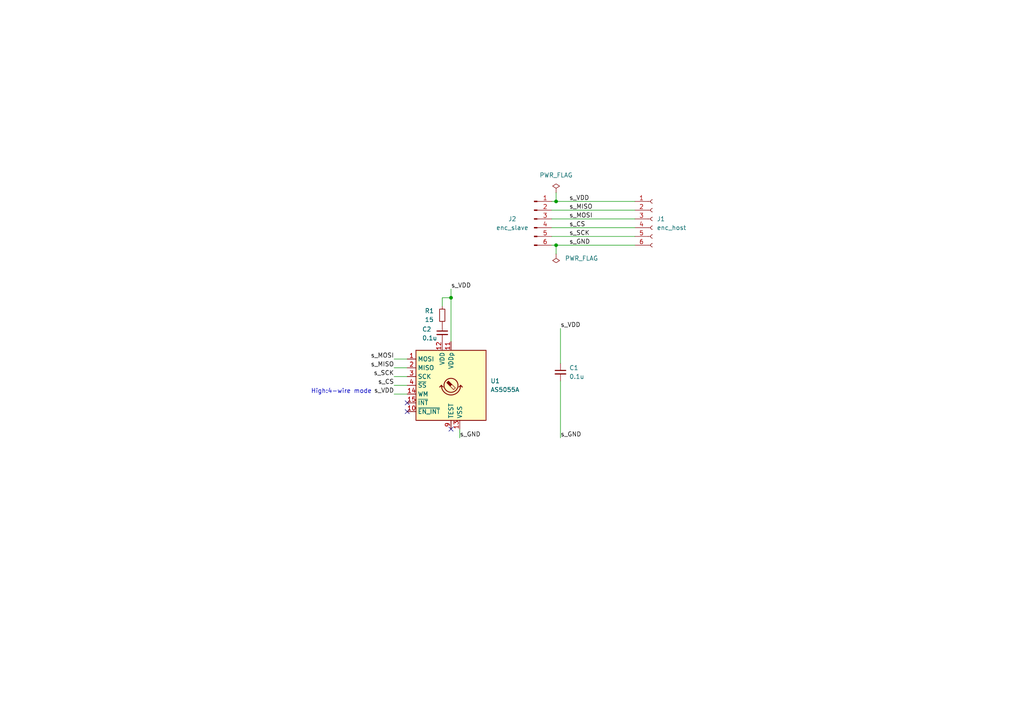
<source format=kicad_sch>
(kicad_sch (version 20231120) (generator "eeschema") (generator_version "8.0")
  (paper "A4")
  (lib_symbols
    (symbol "Connector:Conn_01x06_Female" (pin_names (offset 1.016) hide)
      (property "Reference" "J" (at 0 7.62 0))
      (property "Value" "Conn_01x06_Female" (at 0 -10.16 0))
      (symbol "Conn_01x06_Female_1_1"
        (arc (start 0 -7.112) (mid -0.5058 -7.62) (end 0 -8.128) (stroke (width 0.1524)))
        (arc (start 0 -4.572) (mid -0.5058 -5.08) (end 0 -5.588) (stroke (width 0.1524)))
        (arc (start 0 -2.032) (mid -0.5058 -2.54) (end 0 -3.048) (stroke (width 0.1524)))
        (polyline (pts (xy -1.27 -7.62) (xy -0.508 -7.62)) (stroke (width 0.1524)))
        (polyline (pts (xy -1.27 -5.08) (xy -0.508 -5.08)) (stroke (width 0.1524)))
        (polyline (pts (xy -1.27 -2.54) (xy -0.508 -2.54)) (stroke (width 0.1524)))
        (polyline (pts (xy -1.27 0) (xy -0.508 0)) (stroke (width 0.1524)))
        (polyline (pts (xy -1.27 2.54) (xy -0.508 2.54)) (stroke (width 0.1524)))
        (polyline (pts (xy -1.27 5.08) (xy -0.508 5.08)) (stroke (width 0.1524)))
        (arc (start 0 0.508) (mid -0.5058 0) (end 0 -0.508) (stroke (width 0.1524)))
        (arc (start 0 3.048) (mid -0.5058 2.54) (end 0 2.032) (stroke (width 0.1524)))
        (arc (start 0 5.588) (mid -0.5058 5.08) (end 0 4.572) (stroke (width 0.1524)))
        (pin passive line (at -5.08 5.08 0) (length 3.81) (name "Pin_1") (number "1"))
        (pin passive line (at -5.08 2.54 0) (length 3.81) (name "Pin_2") (number "2"))
        (pin passive line (at -5.08 0 0) (length 3.81) (name "Pin_3") (number "3"))
        (pin passive line (at -5.08 -2.54 0) (length 3.81) (name "Pin_4") (number "4"))
        (pin passive line (at -5.08 -5.08 0) (length 3.81) (name "Pin_5") (number "5"))
        (pin passive line (at -5.08 -7.62 0) (length 3.81) (name "Pin_6") (number "6"))
      )
    )
    (symbol "Connector:Conn_01x06_Male" (pin_names (offset 1.016) hide)
      (property "Reference" "J" (at 0 7.62 0))
      (property "Value" "Conn_01x06_Male" (at 0 -10.16 0))
      (symbol "Conn_01x06_Male_1_1"
        (polyline (pts (xy 1.27 -7.62) (xy 0.8636 -7.62)) (stroke (width 0.1524)))
        (polyline (pts (xy 1.27 -5.08) (xy 0.8636 -5.08)) (stroke (width 0.1524)))
        (polyline (pts (xy 1.27 -2.54) (xy 0.8636 -2.54)) (stroke (width 0.1524)))
        (polyline (pts (xy 1.27 0) (xy 0.8636 0)) (stroke (width 0.1524)))
        (polyline (pts (xy 1.27 2.54) (xy 0.8636 2.54)) (stroke (width 0.1524)))
        (polyline (pts (xy 1.27 5.08) (xy 0.8636 5.08)) (stroke (width 0.1524)))
        (rectangle (start 0.8636 -7.493) (end 0 -7.747) (stroke (width 0.1524)) (fill (type outline)))
        (rectangle (start 0.8636 -4.953) (end 0 -5.207) (stroke (width 0.1524)) (fill (type outline)))
        (rectangle (start 0.8636 -2.413) (end 0 -2.667) (stroke (width 0.1524)) (fill (type outline)))
        (rectangle (start 0.8636 0.127) (end 0 -0.127) (stroke (width 0.1524)) (fill (type outline)))
        (rectangle (start 0.8636 2.667) (end 0 2.413) (stroke (width 0.1524)) (fill (type outline)))
        (rectangle (start 0.8636 5.207) (end 0 4.953) (stroke (width 0.1524)) (fill (type outline)))
        (pin passive line (at 5.08 5.08 180) (length 3.81) (name "Pin_1") (number "1"))
        (pin passive line (at 5.08 2.54 180) (length 3.81) (name "Pin_2") (number "2"))
        (pin passive line (at 5.08 0 180) (length 3.81) (name "Pin_3") (number "3"))
        (pin passive line (at 5.08 -2.54 180) (length 3.81) (name "Pin_4") (number "4"))
        (pin passive line (at 5.08 -5.08 180) (length 3.81) (name "Pin_5") (number "5"))
        (pin passive line (at 5.08 -7.62 180) (length 3.81) (name "Pin_6") (number "6"))
      )
    )
    (symbol "Device:C_Small" (pin_numbers hide) (pin_names (offset 0.254) hide)
      (property "Reference" "C" (at 0.254 1.778 0))
      (property "Value" "C_Small" (at 0.254 -2.032 0))
      (symbol "C_Small_0_1"
        (polyline (pts (xy -1.524 -0.508) (xy 1.524 -0.508)) (stroke (width 0.3302)))
        (polyline (pts (xy -1.524 0.508) (xy 1.524 0.508)) (stroke (width 0.3048)))
      )
      (symbol "C_Small_1_1"
        (pin passive line (at 0 2.54 270) (length 2.032) (name "~") (number "1"))
        (pin passive line (at 0 -2.54 90) (length 2.032) (name "~") (number "2"))
      )
    )
    (symbol "Device:R_Small" (pin_numbers hide) (pin_names (offset 0.254) hide)
      (property "Reference" "R" (at 0.762 0.508 0))
      (property "Value" "R_Small" (at 0.762 -1.016 0))
      (symbol "R_Small_0_1"
        (rectangle (start -0.762 1.778) (end 0.762 -1.778) (stroke (width 0.2032)))
      )
      (symbol "R_Small_1_1"
        (pin passive line (at 0 2.54 270) (length 0.762) (name "~") (number "1"))
        (pin passive line (at 0 -2.54 90) (length 0.762) (name "~") (number "2"))
      )
    )
    (symbol "Sensor_Magnetic:AS5055A"
      (property "Reference" "U" (at -10.16 11.43 0))
      (property "Value" "AS5055A" (at 10.16 11.43 0))
      (symbol "AS5055A_0_1"
        (rectangle (start -10.16 10.16) (end 10.16 -10.16) (stroke (width 0.254)) (fill (type background)))
        (arc (start -2.794 0) (mid 0 -2.7819) (end 2.794 0) (stroke (width 0.254)))
        (polyline (pts (xy -2.794 0) (xy -3.302 -0.508)) (stroke (width 0.254)))
        (polyline (pts (xy -2.794 0) (xy -2.286 -0.508)) (stroke (width 0.254)))
        (polyline (pts (xy 2.794 0) (xy 2.286 -0.508)) (stroke (width 0.254)))
        (polyline (pts (xy 2.794 0) (xy 3.302 -0.508)) (stroke (width 0.254)))
      )
      (symbol "AS5055A_1_1"
        (polyline (pts (xy 0.254 0.254) (xy 1.27 -0.762) (xy 0.762 -1.27) (xy -0.254 -0.254)))
        (polyline (pts (xy -0.762 1.27) (xy 0.254 0.254) (xy -0.254 -0.254) (xy -1.27 0.762) (xy -1.016 1.016) (xy -0.762 1.27) (xy -0.635 1.143)) (fill (type outline)))
        (circle (center 0 0) (radius 2.032) (stroke (width 0.254)))
        (pin input line (at -12.7 7.62 0) (length 2.54) (name "MOSI") (number "1"))
        (pin input line (at -12.7 -7.62 0) (length 2.54) (name "~{EN_INT}") (number "10"))
        (pin power_in line (at 0 12.7 270) (length 2.54) (name "VDDp") (number "11"))
        (pin power_in line (at -2.54 12.7 270) (length 2.54) (name "VDD") (number "12"))
        (pin power_in line (at 2.54 -12.7 90) (length 2.54) (name "VSS") (number "13"))
        (pin input line (at -12.7 -2.54 0) (length 2.54) (name "WM") (number "14"))
        (pin output line (at -12.7 -5.08 0) (length 2.54) (name "~{INT}") (number "15"))
        (pin no_connect line (at 5.08 -10.16 90) (length 2.54) hide (name "NC") (number "16"))
        (pin no_connect line (at 7.62 -10.16 90) (length 2.54) hide (name "NC") (number "17"))
        (pin output line (at -12.7 5.08 0) (length 2.54) (name "MISO") (number "2"))
        (pin input line (at -12.7 2.54 0) (length 2.54) (name "SCK") (number "3"))
        (pin input line (at -12.7 0 0) (length 2.54) (name "~{SS}") (number "4"))
        (pin no_connect line (at 10.16 7.62 180) (length 2.54) hide (name "NC") (number "5"))
        (pin no_connect line (at 10.16 5.08 180) (length 2.54) hide (name "NC") (number "6"))
        (pin no_connect line (at 10.16 2.54 180) (length 2.54) hide (name "NC") (number "7"))
        (pin no_connect line (at 10.16 0 180) (length 2.54) hide (name "NC") (number "8"))
        (pin passive line (at 0 -12.7 90) (length 2.54) (name "TEST") (number "9"))
      )
    )
    (symbol "power:PWR_FLAG" (power) (pin_numbers hide) (pin_names (offset 0) hide)
      (property "Value" "PWR_FLAG" (at 0 3.81 0))
      (symbol "PWR_FLAG_0_0"
        (pin power_out line (at 0 0 90) (length 0) (name "pwr") (number "1"))
      )
      (symbol "PWR_FLAG_0_1"
        (polyline (pts (xy 0 0) (xy 0 1.27) (xy -1.016 1.905) (xy 0 2.54) (xy 1.016 1.905) (xy 0 1.27)))
      )
    )
  )
  (junction (at 130.81 86.36))
  (junction (at 161.29 58.42))
  (junction (at 161.29 71.12))
  (no_connect (at 118.11 119.38))
  (no_connect (at 130.81 124.46))
  (no_connect (at 118.11 116.84))
  (wire (pts (xy 160.02 68.58) (xy 184.15 68.58)))
  (wire (pts (xy 130.81 83.82) (xy 130.81 86.36)))
  (wire (pts (xy 160.02 63.5) (xy 184.15 63.5)))
  (wire (pts (xy 128.27 88.9) (xy 128.27 86.36)))
  (wire (pts (xy 128.27 86.36) (xy 130.81 86.36)))
  (wire (pts (xy 130.81 86.36) (xy 130.81 99.06)))
  (wire (pts (xy 114.3 114.3) (xy 118.11 114.3)))
  (wire (pts (xy 161.29 55.88) (xy 161.29 58.42)))
  (wire (pts (xy 160.02 66.04) (xy 184.15 66.04)))
  (wire (pts (xy 114.3 109.22) (xy 118.11 109.22)))
  (wire (pts (xy 162.56 110.49) (xy 162.56 127)))
  (wire (pts (xy 114.3 111.76) (xy 118.11 111.76)))
  (wire (pts (xy 162.56 95.25) (xy 162.56 105.41)))
  (wire (pts (xy 161.29 58.42) (xy 160.02 58.42)))
  (wire (pts (xy 160.02 60.96) (xy 184.15 60.96)))
  (wire (pts (xy 161.29 71.12) (xy 160.02 71.12)))
  (wire (pts (xy 161.29 71.12) (xy 184.15 71.12)))
  (wire (pts (xy 133.35 124.46) (xy 133.35 127)))
  (wire (pts (xy 161.29 71.12) (xy 161.29 73.66)))
  (wire (pts (xy 114.3 106.68) (xy 118.11 106.68)))
  (wire (pts (xy 114.3 104.14) (xy 118.11 104.14)))
  (wire (pts (xy 161.29 58.42) (xy 184.15 58.42)))
  (text "High:4-wire mode" (at 90.17 114.3 0) (effects (font (size 1.27 1.27)) (justify left bottom)))
  (label "s_CS" (at 114.3 111.76 180))
  (label "s_SCK" (at 114.3 109.22 180))
  (label "s_MISO" (at 114.3 106.68 180))
  (label "s_VDD" (at 162.56 95.25 0))
  (label "s_MOSI" (at 114.3 104.14 180))
  (label "s_VDD" (at 114.3 114.3 180))
  (label "s_GND" (at 162.56 127 0))
  (label "s_GND" (at 133.35 127 0))
  (label "s_MOSI" (at 165.1 63.5 0))
  (label "s_MISO" (at 165.1 60.96 0))
  (label "s_VDD" (at 130.81 83.82 0))
  (label "s_CS" (at 165.1 66.04 0))
  (label "s_SCK" (at 165.1 68.58 0))
  (label "s_VDD" (at 165.1 58.42 0))
  (label "s_GND" (at 165.1 71.12 0))
  (symbol (lib_id "Sensor_Magnetic:AS5055A") (at 130.81 111.76 0) (unit 1)
    (property "Reference" "U1" (at 142.24 110.4899 0) (effects (justify left)))
    (property "Value" "AS5055A" (at 142.24 113.0299 0) (effects (justify left)))
    (property "Footprint" "Package_DFN_QFN:QFN-16-1EP_4x4mm_P0.65mm_EP2.7x2.7mm_PullBack" (effects (hide yes)))
    (property "Datasheet" "https://ams.com/documents/20143/36005/AS5055A_DS000304_2-00.pdf" (effects (hide yes)))
  )
  (symbol (lib_id "Connector:Conn_01x06_Female") (at 189.23 63.5 0) (unit 1)
    (property "Reference" "J1" (at 190.5 63.4999 0) (effects (justify left)))
    (property "Value" "enc_host" (at 190.5 66.0399 0) (effects (justify left)))
    (property "Footprint" "Connector_PinSocket_1.27mm:PinSocket_1x06_P1.27mm_Vertical" (effects (hide yes)))
  )
  (symbol (lib_id "power:PWR_FLAG") (at 161.29 55.88 0) (unit 1)
    (property "Reference" "#FLG0101" (effects (hide yes)))
    (property "Value" "PWR_FLAG" (at 161.29 50.8 0))
  )
  (symbol (lib_id "power:PWR_FLAG") (at 161.29 73.66 180) (unit 1)
    (property "Reference" "#FLG0102" (effects (hide yes)))
    (property "Value" "PWR_FLAG" (at 163.83 74.9299 0) (effects (justify right)))
  )
  (symbol (lib_id "Device:R_Small") (at 128.27 91.44 180) (unit 1)
    (property "Reference" "R1" (at 123.19 90.17 0) (effects (justify right)))
    (property "Value" "15" (at 123.19 92.71 0) (effects (justify right)))
    (property "Footprint" "Resistor_SMD:R_0201_0603Metric" (effects (hide yes)))
  )
  (symbol (lib_id "Device:C_Small") (at 162.56 107.95 0) (unit 1)
    (property "Reference" "C1" (at 165.1 106.6862 0) (effects (justify left)))
    (property "Value" "0.1u" (at 165.1 109.2262 0) (effects (justify left)))
    (property "Footprint" "Capacitor_SMD:C_0201_0603Metric" (effects (hide yes)))
  )
  (symbol (lib_id "Device:C_Small") (at 128.27 96.52 0) (unit 1)
    (property "Reference" "C2" (at 122.428 95.504 0) (effects (justify left)))
    (property "Value" "0.1u" (at 122.428 98.044 0) (effects (justify left)))
    (property "Footprint" "Capacitor_SMD:C_0201_0603Metric" (effects (hide yes)))
  )
  (symbol (lib_id "Connector:Conn_01x06_Male") (at 154.94 63.5 0) (unit 1)
    (property "Reference" "J2" (at 148.59 63.5 0))
    (property "Value" "enc_slave" (at 148.59 66.04 0))
    (property "Footprint" "half_mouse_lib:encoder_board" (effects (hide yes)))
  )
)
</source>
